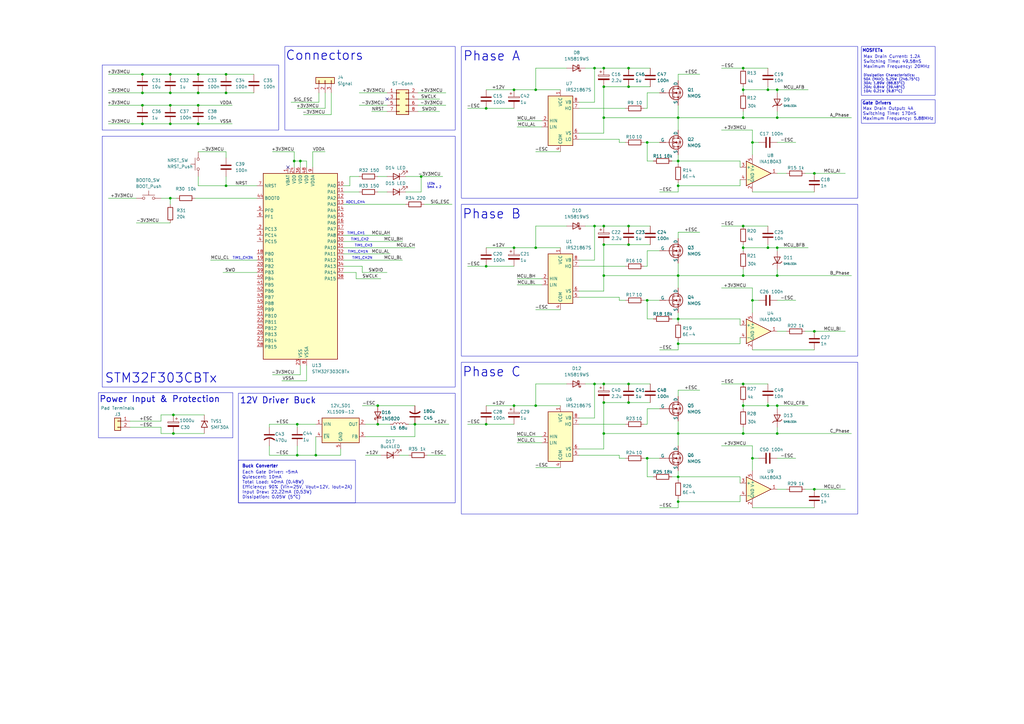
<source format=kicad_sch>
(kicad_sch (version 20250114) (generator "eeschema") (generator_version "9.0")
  (paper "A3")
  (lib_symbols
    (symbol "Amplifier_Current:INA180A3" (pin_names (offset 0.127))
      (property "Reference" "U" (at 3.81 3.81 0))
      (property "Value" "INA180A3" (at 3.81 -2.54 0))
      (symbol "INA180A3_1_1"
        (pin input line (at -7.62 2.54 0) (length 2.54) (name "+") (number "3"))
        (pin input line (at -7.62 -2.54 0) (length 2.54) (name "-") (number "4"))
        (pin power_in line (at -2.54 7.62 270) (length 3.81) (name "V+") (number "5"))
        (pin power_in line (at -2.54 -7.62 90) (length 3.81) (name "GND") (number "2"))
        (pin output line (at 7.62 0 180) (length 2.54) (name "~") (number "1"))
      )
    )
    (symbol "Connector_Generic:Conn_01x02" (pin_names (offset 1.016) (hide yes))
      (property "Reference" "J" (at 0 2.54 0))
      (property "Value" "Conn_01x02" (at 0 -5.08 0))
      (symbol "Conn_01x02_1_1"
        (pin passive line (at -5.08 0 0) (length 3.81) (name "Pin_1") (number "1"))
        (pin passive line (at -5.08 -2.54 0) (length 3.81) (name "Pin_2") (number "2"))
      )
    )
    (symbol "Connector_Generic:Conn_01x03" (pin_names (offset 1.016) (hide yes))
      (property "Reference" "J" (at 0 5.08 0))
      (property "Value" "Conn_01x03" (at 0 -5.08 0))
      (symbol "Conn_01x03_1_1"
        (pin passive line (at -5.08 2.54 0) (length 3.81) (name "Pin_1") (number "1"))
        (pin passive line (at -5.08 0 0) (length 3.81) (name "Pin_2") (number "2"))
        (pin passive line (at -5.08 -2.54 0) (length 3.81) (name "Pin_3") (number "3"))
      )
    )
    (symbol "Connector_Generic:Conn_02x04_Odd_Even" (pin_names (offset 1.016) (hide yes))
      (property "Reference" "J" (at 1.27 5.08 0))
      (property "Value" "Conn_02x04_Odd_Even" (at 1.27 -7.62 0))
      (symbol "Conn_02x04_Odd_Even_1_1"
        (pin passive line (at -5.08 2.54 0) (length 3.81) (name "Pin_1") (number "1"))
        (pin passive line (at -5.08 0 0) (length 3.81) (name "Pin_3") (number "3"))
        (pin passive line (at -5.08 -2.54 0) (length 3.81) (name "Pin_5") (number "5"))
        (pin passive line (at -5.08 -5.08 0) (length 3.81) (name "Pin_7") (number "7"))
        (pin passive line (at 7.62 2.54 180) (length 3.81) (name "Pin_2") (number "2"))
        (pin passive line (at 7.62 0 180) (length 3.81) (name "Pin_4") (number "4"))
        (pin passive line (at 7.62 -2.54 180) (length 3.81) (name "Pin_6") (number "6"))
        (pin passive line (at 7.62 -5.08 180) (length 3.81) (name "Pin_8") (number "8"))
      )
    )
    (symbol "Device:C" (pin_numbers (hide yes)) (pin_names (offset 0.254))
      (property "Reference" "C" (at 0.635 2.54 0))
      (property "Value" "C" (at 0.635 -2.54 0))
      (symbol "C_1_1"
        (pin passive line (at 0 3.81 270) (length 2.794) (name "~") (number "1"))
        (pin passive line (at 0 -3.81 90) (length 2.794) (name "~") (number "2"))
      )
    )
    (symbol "Device:C_Polarized" (pin_numbers (hide yes)) (pin_names (offset 0.254))
      (property "Reference" "C" (at 0.635 2.54 0))
      (property "Value" "C_Polarized" (at 0.635 -2.54 0))
      (symbol "C_Polarized_1_1"
        (pin passive line (at 0 3.81 270) (length 2.794) (name "~") (number "1"))
        (pin passive line (at 0 -3.81 90) (length 2.794) (name "~") (number "2"))
      )
    )
    (symbol "Device:C_US" (pin_numbers (hide yes)) (pin_names (offset 0.254) (hide yes))
      (property "Reference" "C" (at 0.635 2.54 0))
      (property "Value" "C_US" (at 0.635 -2.54 0))
      (symbol "C_US_1_1"
        (pin passive line (at 0 3.81 270) (length 2.794) (name "~") (number "1"))
        (pin passive line (at 0 -3.81 90) (length 3.302) (name "~") (number "2"))
      )
    )
    (symbol "Device:L" (pin_numbers (hide yes)) (pin_names (offset 1.016) (hide yes))
      (property "Reference" "L" (at -1.27 0 90))
      (property "Value" "L" (at 1.905 0 90))
      (symbol "L_1_1"
        (pin passive line (at 0 3.81 270) (length 1.27) (name "1") (number "1"))
        (pin passive line (at 0 -3.81 90) (length 1.27) (name "2") (number "2"))
      )
    )
    (symbol "Device:LED" (pin_numbers (hide yes)) (pin_names (offset 1.016) (hide yes))
      (property "Reference" "D" (at 0 2.54 0))
      (property "Value" "LED" (at 0 -2.54 0))
      (symbol "LED_1_1"
        (pin passive line (at -3.81 0 0) (length 2.54) (name "K") (number "1"))
        (pin passive line (at 3.81 0 180) (length 2.54) (name "A") (number "2"))
      )
    )
    (symbol "Device:R" (pin_numbers (hide yes)) (pin_names (offset 0))
      (property "Reference" "R" (at 2.032 0 90))
      (property "Value" "R" (at 0 0 90))
      (symbol "R_1_1"
        (pin passive line (at 0 3.81 270) (length 1.27) (name "~") (number "1"))
        (pin passive line (at 0 -3.81 90) (length 1.27) (name "~") (number "2"))
      )
    )
    (symbol "Diode:1N5819WS" (pin_numbers (hide yes)) (pin_names (offset 1.016) (hide yes))
      (property "Reference" "D" (at 0 2.54 0))
      (property "Value" "1N5819WS" (at 0 -2.54 0))
      (symbol "1N5819WS_1_1"
        (pin passive line (at -3.81 0 0) (length 2.54) (name "K") (number "1"))
        (pin passive line (at 3.81 0 180) (length 2.54) (name "A") (number "2"))
      )
    )
    (symbol "Diode:1N5820" (pin_numbers (hide yes)) (pin_names (offset 1.016) (hide yes))
      (property "Reference" "D" (at 0 2.54 0))
      (property "Value" "1N5820" (at 0 -2.54 0))
      (symbol "1N5820_1_1"
        (pin passive line (at -3.81 0 0) (length 2.54) (name "K") (number "1"))
        (pin passive line (at 3.81 0 180) (length 2.54) (name "A") (number "2"))
      )
    )
    (symbol "Diode:SMF30A" (pin_numbers (hide yes)) (pin_names (offset 1.016) (hide yes))
      (property "Reference" "D" (at 0 2.54 0))
      (property "Value" "SMF30A" (at 0 -2.54 0))
      (symbol "SMF30A_1_1"
        (pin passive line (at -3.81 0 0) (length 2.54) (name "A1") (number "1"))
        (pin passive line (at 3.81 0 180) (length 2.54) (name "A2") (number "2"))
      )
    )
    (symbol "Driver_FET:IRS21867S"
      (property "Reference" "U" (at 1.27 13.335 0))
      (property "Value" "IRS21867S" (at 1.27 11.43 0))
      (symbol "IRS21867S_1_1"
        (pin input line (at -7.62 0 0) (length 2.54) (name "HIN") (number "2"))
        (pin input line (at -7.62 -2.54 0) (length 2.54) (name "LIN") (number "3"))
        (pin power_in line (at 0 12.7 270) (length 2.54) (name "VCC") (number "1"))
        (pin power_in line (at 0 -12.7 90) (length 2.54) (name "COM") (number "4"))
        (pin passive line (at 7.62 7.62 180) (length 2.54) (name "VB") (number "8"))
        (pin output line (at 7.62 5.08 180) (length 2.54) (name "HO") (number "7"))
        (pin passive line (at 7.62 -5.08 180) (length 2.54) (name "VS") (number "6"))
        (pin output line (at 7.62 -7.62 180) (length 2.54) (name "LO") (number "5"))
      )
    )
    (symbol "MCU_ST_STM32F3:STM32F303CBTx"
      (property "Reference" "U" (at -15.24 39.37 0))
      (property "Value" "STM32F303CBTx" (at 7.62 39.37 0))
      (symbol "STM32F303CBTx_1_1"
        (pin input line (at -17.78 33.02 0) (length 2.54) (name "NRST") (number "7"))
        (pin input line (at -17.78 27.94 0) (length 2.54) (name "BOOT0") (number "44"))
        (pin bidirectional line (at -17.78 22.86 0) (length 2.54) (name "PF0") (number "5"))
        (pin bidirectional line (at -17.78 20.32 0) (length 2.54) (name "PF1") (number "6"))
        (pin bidirectional line (at -17.78 15.24 0) (length 2.54) (name "PC13") (number "2"))
        (pin bidirectional line (at -17.78 12.7 0) (length 2.54) (name "PC14") (number "3"))
        (pin bidirectional line (at -17.78 10.16 0) (length 2.54) (name "PC15") (number "4"))
        (pin bidirectional line (at -17.78 5.08 0) (length 2.54) (name "PB0") (number "18"))
        (pin bidirectional line (at -17.78 2.54 0) (length 2.54) (name "PB1") (number "19"))
        (pin bidirectional line (at -17.78 0 0) (length 2.54) (name "PB2") (number "20"))
        (pin bidirectional line (at -17.78 -2.54 0) (length 2.54) (name "PB3") (number "39"))
        (pin bidirectional line (at -17.78 -5.08 0) (length 2.54) (name "PB4") (number "40"))
        (pin bidirectional line (at -17.78 -7.62 0) (length 2.54) (name "PB5") (number "41"))
        (pin bidirectional line (at -17.78 -10.16 0) (length 2.54) (name "PB6") (number "42"))
        (pin bidirectional line (at -17.78 -12.7 0) (length 2.54) (name "PB7") (number "43"))
        (pin bidirectional line (at -17.78 -15.24 0) (length 2.54) (name "PB8") (number "45"))
        (pin bidirectional line (at -17.78 -17.78 0) (length 2.54) (name "PB9") (number "46"))
        (pin bidirectional line (at -17.78 -20.32 0) (length 2.54) (name "PB10") (number "21"))
        (pin bidirectional line (at -17.78 -22.86 0) (length 2.54) (name "PB11") (number "22"))
        (pin bidirectional line (at -17.78 -25.4 0) (length 2.54) (name "PB12") (number "25"))
        (pin bidirectional line (at -17.78 -27.94 0) (length 2.54) (name "PB13") (number "26"))
        (pin bidirectional line (at -17.78 -30.48 0) (length 2.54) (name "PB14") (number "27"))
        (pin bidirectional line (at -17.78 -33.02 0) (length 2.54) (name "PB15") (number "28"))
        (pin power_in line (at -5.08 40.64 270) (length 2.54) (name "VBAT") (number "1"))
        (pin power_in line (at -2.54 40.64 270) (length 2.54) (name "VDD") (number "24"))
        (pin power_in line (at 0 40.64 270) (length 2.54) (name "VDD") (number "36"))
        (pin power_in line (at 0 -40.64 90) (length 2.54) (name "VSS") (number "23"))
        (pin passive line (at 0 -40.64 90) (length 2.54) (hide yes) (name "VSS") (number "35"))
        (pin passive line (at 0 -40.64 90) (length 2.54) (hide yes) (name "VSS") (number "47"))
        (pin power_in line (at 2.54 40.64 270) (length 2.54) (name "VDD") (number "48"))
        (pin power_in line (at 2.54 -40.64 90) (length 2.54) (name "VSSA") (number "8"))
        (pin power_in line (at 5.08 40.64 270) (length 2.54) (name "VDDA") (number "9"))
        (pin bidirectional line (at 17.78 33.02 180) (length 2.54) (name "PA0") (number "10"))
        (pin bidirectional line (at 17.78 30.48 180) (length 2.54) (name "PA1") (number "11"))
        (pin bidirectional line (at 17.78 27.94 180) (length 2.54) (name "PA2") (number "12"))
        (pin bidirectional line (at 17.78 25.4 180) (length 2.54) (name "PA3") (number "13"))
        (pin bidirectional line (at 17.78 22.86 180) (length 2.54) (name "PA4") (number "14"))
        (pin bidirectional line (at 17.78 20.32 180) (length 2.54) (name "PA5") (number "15"))
        (pin bidirectional line (at 17.78 17.78 180) (length 2.54) (name "PA6") (number "16"))
        (pin bidirectional line (at 17.78 15.24 180) (length 2.54) (name "PA7") (number "17"))
        (pin bidirectional line (at 17.78 12.7 180) (length 2.54) (name "PA8") (number "29"))
        (pin bidirectional line (at 17.78 10.16 180) (length 2.54) (name "PA9") (number "30"))
        (pin bidirectional line (at 17.78 7.62 180) (length 2.54) (name "PA10") (number "31"))
        (pin bidirectional line (at 17.78 5.08 180) (length 2.54) (name "PA11") (number "32"))
        (pin bidirectional line (at 17.78 2.54 180) (length 2.54) (name "PA12") (number "33"))
        (pin bidirectional line (at 17.78 0 180) (length 2.54) (name "PA13") (number "34"))
        (pin bidirectional line (at 17.78 -2.54 180) (length 2.54) (name "PA14") (number "37"))
        (pin bidirectional line (at 17.78 -5.08 180) (length 2.54) (name "PA15") (number "38"))
      )
    )
    (symbol "PCM_JLCPCB-Diodes:TVS-Uni,SMBJ33A" (pin_numbers (hide yes)) (pin_names (offset 0))
      (property "Reference" "D" (at 2.032 0.834 0))
      (property "Value" "SMBJ33A" (at 2.032 -1.2122 0))
      (symbol "TVS-Uni,SMBJ33A_1_1"
        (pin passive line (at 0 3.81 270) (length 3.81) (name "~") (number "2"))
        (pin passive line (at 0 -3.81 90) (length 3.81) (name "~") (number "1"))
      )
    )
    (symbol "Regulator_Switching:XL1509-12"
      (property "Reference" "U" (at -7.112 6.096 0))
      (property "Value" "XL1509-12" (at 5.842 6.096 0))
      (symbol "XL1509-12_1_1"
        (pin power_in line (at -10.16 2.54 0) (length 2.54) (name "VIN") (number "1"))
        (pin input line (at -10.16 -2.54 0) (length 2.54) (name "~{EN}") (number "4"))
        (pin power_in line (at 0 -7.62 90) (length 2.54) (name "GND") (number "5"))
        (pin passive line (at 0 -7.62 90) (length 2.54) (hide yes) (name "GND") (number "6"))
        (pin passive line (at 0 -7.62 90) (length 2.54) (hide yes) (name "GND") (number "7"))
        (pin passive line (at 0 -7.62 90) (length 2.54) (hide yes) (name "GND") (number "8"))
        (pin power_out line (at 10.16 2.54 180) (length 2.54) (name "OUT") (number "2"))
        (pin input line (at 10.16 -2.54 180) (length 2.54) (name "FB") (number "3"))
      )
    )
    (symbol "Simulation_SPICE:NMOS" (pin_numbers (hide yes)) (pin_names (offset 0))
      (property "Reference" "Q" (at 5.08 1.27 0))
      (property "Value" "NMOS" (at 5.08 -1.27 0))
      (symbol "NMOS_1_1"
        (pin input line (at -5.08 0 0) (length 2.54) (name "G") (number "2"))
        (pin passive line (at 2.54 5.08 270) (length 2.54) (name "D") (number "1"))
        (pin passive line (at 2.54 -5.08 90) (length 2.54) (name "S") (number "3"))
      )
    )
    (symbol "Switch:SW_Push" (pin_numbers (hide yes)) (pin_names (offset 1.016) (hide yes))
      (property "Reference" "SW" (at 1.27 2.54 0))
      (property "Value" "SW_Push" (at 0 -1.524 0))
      (symbol "SW_Push_0_1"
        (pin passive line (at -5.08 0 0) (length 2.54) (name "1") (number "1"))
        (pin passive line (at 5.08 0 180) (length 2.54) (name "2") (number "2"))
      )
    )
  )
  (rectangle (start 97.79 161.29) (end 186.69 206.248))
  (rectangle (start 353.314 40.894) (end 383.54 50.546))
  (rectangle (start 116.84 19.05) (end 186.69 53.34))
  (rectangle (start 189.23 148.59) (end 351.79 210.82))
  (rectangle (start 41.91 26.67) (end 114.3 53.34))
  (rectangle (start 40.386 161.036) (end 95.504 179.578))
  (rectangle (start 353.314 19.05) (end 383.54 39.116))
  (rectangle (start 41.91 55.88) (end 186.69 158.75))
  (rectangle (start 189.23 19.05) (end 351.79 81.28))
  (rectangle (start 189.23 83.82) (end 351.79 146.05))
  (rectangle (start 97.79 188.722) (end 145.796 206.248))
  (text "12V Driver Buck\n" (at 114.046 164.338 0) (effects (font (size 2.54 2.54) (thickness 0.3175))))
  (text "Buck Converter" (at 106.68 191.262 0) (effects (font (size 1.27 1.27) (thickness 0.254) (bold yes))))
  (text "Connectors\n" (at 133.096 22.86 0) (effects (font (size 3.81 3.81) (thickness 0.3175))))
  (text "TIM1_CH3" (at 149.098 100.838 0) (effects (font (size 1.016 1.016))))
  (text "Gate Drivers\n" (at 359.664 42.418 0) (effects (font (size 1.27 1.27) (thickness 0.254) (bold yes))))
  (text "Phase B" (at 201.676 87.884 0) (effects (font (size 3.81 3.81) (thickness 0.3175))))
  (text "MOSFETs" (at 357.886 20.828 0) (effects (font (size 1.27 1.27) (thickness 0.254) (bold yes))))
  (text "Each Gate Driver: ~5mA\nQuiescent: 10mA\nTotal Load: 40mA (0.48W)\nEfficiency: 90% (Vin=25V, Vout=12V, Iout=2A)\nInput Draw: 22.22mA (0.53W)\nDissipation: 0.05W (5°C)" (at 99.314 198.882 0) (effects (font (size 1.27 1.27)) (justify left)))
  (text "TIM1_CH1" (at 146.05 95.758 0) (effects (font (size 1.016 1.016))))
  (text "Dissipation Characteristics:\n50A (MAX): 5.25W (246.75°C)\n30A: 1.89W (88.83°C)\n20A: 0.84W (39.48°C)\n10A: 0.21W (9.87°C)" (at 354.076 34.29 0) (effects (font (size 1.016 1.016)) (justify left)))
  (text "TIM1_CH3N" (at 99.568 105.918 0) (effects (font (size 1.016 1.016))))
  (text "Phase C\n" (at 201.676 152.654 0) (effects (font (size 3.81 3.81) (thickness 0.3175))))
  (text "Max Drain Output: 4A\nSwitching Time: 170nS\nMaximum Frequency: 5.88MHz" (at 353.822 46.736 0) (effects (font (size 1.27 1.27)) (justify left)))
  (text "STM32F303CBTx" (at 66.04 155.194 0) (effects (font (size 3.81 3.81) (thickness 0.3175))))
  (text "Power Input & Protection\n" (at 65.532 163.83 0) (effects (font (size 2.54 2.54) (thickness 0.3175))))
  (text "Max Drain Current: 1.2A\nSwitching Time: 49.58nS\nMaximum Frequency: 20MHz" (at 354.076 25.4 0) (effects (font (size 1.27 1.27)) (justify left)))
  (text "TIM1_CH2" (at 147.574 98.298 0) (effects (font (size 1.016 1.016))))
  (text "TIM1_CH1N" (at 146.812 103.378 0) (effects (font (size 1.016 1.016))))
  (text "TIM1_CH2N" (at 148.59 105.918 0) (effects (font (size 1.016 1.016))))
  (text "ADC1_CH4\n" (at 145.796 83.058 0) (effects (font (size 1.016 1.016))))
  (text "LEDs\n    5mA x 2" (at 176.784 76.2 0) (effects (font (size 0.889 0.889))))
  (text "Phase A" (at 201.676 23.114 0) (effects (font (size 3.81 3.81) (thickness 0.3175))))
  (junction (at 92.71 38.1))
  (junction (at 247.65 100.33))
  (junction (at 278.13 177.8))
  (junction (at 243.84 27.94))
  (junction (at 318.77 166.37))
  (junction (at 199.39 173.99))
  (junction (at 265.43 58.42))
  (junction (at 154.94 166.37))
  (junction (at 210.82 36.83))
  (junction (at 304.8 36.83))
  (junction (at 265.43 123.19))
  (junction (at 81.28 30.48))
  (junction (at 210.82 101.6))
  (junction (at 318.77 101.6))
  (junction (at 308.61 123.19))
  (junction (at 318.77 177.8))
  (junction (at 81.28 50.8))
  (junction (at 304.8 101.6))
  (junction (at 304.8 113.03))
  (junction (at 265.43 187.96))
  (junction (at 81.28 43.18))
  (junction (at 243.84 92.71))
  (junction (at 304.8 92.71))
  (junction (at 123.19 66.04))
  (junction (at 247.65 35.56))
  (junction (at 278.13 76.2))
  (junction (at 199.39 109.22))
  (junction (at 247.65 177.8))
  (junction (at 154.94 173.99))
  (junction (at 278.13 205.74))
  (junction (at 247.65 157.48))
  (junction (at 334.01 135.89))
  (junction (at 247.65 113.03))
  (junction (at 58.42 50.8))
  (junction (at 278.13 195.58))
  (junction (at 69.85 43.18))
  (junction (at 71.12 177.8))
  (junction (at 69.85 30.48))
  (junction (at 71.12 170.18))
  (junction (at 304.8 48.26))
  (junction (at 58.42 30.48))
  (junction (at 257.81 35.56))
  (junction (at 120.65 66.04))
  (junction (at 81.28 38.1))
  (junction (at 314.96 101.6))
  (junction (at 92.71 76.2))
  (junction (at 257.81 157.48))
  (junction (at 219.71 101.6))
  (junction (at 121.92 186.69))
  (junction (at 247.65 27.94))
  (junction (at 69.85 50.8))
  (junction (at 219.71 36.83))
  (junction (at 278.13 140.97))
  (junction (at 121.92 173.99))
  (junction (at 278.13 48.26))
  (junction (at 92.71 30.48))
  (junction (at 69.85 81.28))
  (junction (at 58.42 43.18))
  (junction (at 334.01 200.66))
  (junction (at 314.96 166.37))
  (junction (at 308.61 187.96))
  (junction (at 257.81 100.33))
  (junction (at 219.71 166.37))
  (junction (at 69.85 38.1))
  (junction (at 304.8 157.48))
  (junction (at 129.54 186.69))
  (junction (at 247.65 48.26))
  (junction (at 257.81 27.94))
  (junction (at 247.65 165.1))
  (junction (at 318.77 48.26))
  (junction (at 172.72 72.39))
  (junction (at 257.81 165.1))
  (junction (at 278.13 130.81))
  (junction (at 243.84 157.48))
  (junction (at 58.42 38.1))
  (junction (at 318.77 36.83))
  (junction (at 304.8 166.37))
  (junction (at 334.01 71.12))
  (junction (at 304.8 177.8))
  (junction (at 278.13 113.03))
  (junction (at 210.82 166.37))
  (junction (at 314.96 36.83))
  (junction (at 257.81 92.71))
  (junction (at 170.18 173.99))
  (junction (at 318.77 113.03))
  (junction (at 278.13 66.04))
  (junction (at 308.61 58.42))
  (junction (at 199.39 44.45))
  (junction (at 247.65 92.71))
  (junction (at 304.8 27.94))
  (no_connect (at 118.11 68.58))
  (no_connect (at 158.75 40.64))
  (wire (pts (xy 219.71 36.83) (xy 229.87 36.83)))
  (wire (pts (xy 212.09 52.07) (xy 222.25 52.07)))
  (wire (pts (xy 219.71 101.6) (xy 229.87 101.6)))
  (wire (pts (xy 318.77 123.19) (xy 326.39 123.19)))
  (wire (pts (xy 232.41 92.71) (xy 219.71 92.71)))
  (wire (pts (xy 143.51 72.39) (xy 147.32 72.39)))
  (wire (pts (xy 278.13 177.8) (xy 278.13 182.88)))
  (wire (pts (xy 254 58.42) (xy 254 57.15)))
  (wire (pts (xy 219.71 62.23) (xy 229.87 62.23)))
  (wire (pts (xy 304.8 175.26) (xy 304.8 177.8)))
  (wire (pts (xy 278.13 48.26) (xy 278.13 53.34)))
  (wire (pts (xy 265.43 187.96) (xy 265.43 195.58)))
  (wire (pts (xy 334.01 200.66) (xy 346.71 200.66)))
  (wire (pts (xy 265.43 187.96) (xy 264.16 187.96)))
  (wire (pts (xy 314.96 166.37) (xy 318.77 166.37)))
  (wire (pts (xy 318.77 175.26) (xy 318.77 177.8)))
  (wire (pts (xy 140.97 106.68) (xy 165.1 106.68)))
  (wire (pts (xy 265.43 58.42) (xy 270.51 58.42)))
  (wire (pts (xy 149.86 186.69) (xy 156.21 186.69)))
  (wire (pts (xy 86.36 106.68) (xy 105.41 106.68)))
  (wire (pts (xy 318.77 45.72) (xy 318.77 48.26)))
  (wire (pts (xy 303.53 130.81) (xy 278.13 130.81)))
  (wire (pts (xy 243.84 27.94) (xy 247.65 27.94)))
  (wire (pts (xy 92.71 72.39) (xy 92.71 76.2)))
  (wire (pts (xy 314.96 165.1) (xy 314.96 166.37)))
  (wire (pts (xy 303.53 133.35) (xy 303.53 130.81)))
  (wire (pts (xy 308.61 53.34) (xy 295.91 53.34)))
  (wire (pts (xy 237.49 173.99) (xy 256.54 173.99)))
  (wire (pts (xy 172.72 72.39) (xy 181.61 72.39)))
  (wire (pts (xy 44.45 30.48) (xy 58.42 30.48)))
  (wire (pts (xy 257.81 35.56) (xy 266.7 35.56)))
  (wire (pts (xy 265.43 58.42) (xy 264.16 58.42)))
  (wire (pts (xy 247.65 177.8) (xy 278.13 177.8)))
  (wire (pts (xy 247.65 157.48) (xy 257.81 157.48)))
  (wire (pts (xy 58.42 30.48) (xy 69.85 30.48)))
  (wire (pts (xy 311.15 58.42) (xy 308.61 58.42)))
  (wire (pts (xy 318.77 71.12) (xy 322.58 71.12)))
  (wire (pts (xy 81.28 30.48) (xy 92.71 30.48)))
  (wire (pts (xy 128.27 62.23) (xy 128.27 68.58)))
  (wire (pts (xy 166.37 72.39) (xy 172.72 72.39)))
  (wire (pts (xy 314.96 101.6) (xy 318.77 101.6)))
  (wire (pts (xy 123.19 66.04) (xy 120.65 66.04)))
  (wire (pts (xy 121.92 173.99) (xy 121.92 175.26)))
  (wire (pts (xy 265.43 102.87) (xy 270.51 102.87)))
  (wire (pts (xy 278.13 193.04) (xy 278.13 195.58)))
  (wire (pts (xy 278.13 67.31) (xy 278.13 66.04)))
  (wire (pts (xy 254 187.96) (xy 254 186.69)))
  (wire (pts (xy 278.13 43.18) (xy 278.13 48.26)))
  (wire (pts (xy 143.51 76.2) (xy 140.97 76.2)))
  (wire (pts (xy 148.59 111.76) (xy 158.75 111.76)))
  (wire (pts (xy 125.73 156.21) (xy 125.73 149.86)))
  (wire (pts (xy 243.84 106.68) (xy 243.84 92.71)))
  (wire (pts (xy 265.43 123.19) (xy 270.51 123.19)))
  (wire (pts (xy 167.64 173.99) (xy 170.18 173.99)))
  (wire (pts (xy 303.53 205.74) (xy 278.13 205.74)))
  (wire (pts (xy 69.85 30.48) (xy 81.28 30.48)))
  (wire (pts (xy 243.84 171.45) (xy 243.84 157.48)))
  (wire (pts (xy 303.53 76.2) (xy 278.13 76.2)))
  (wire (pts (xy 58.42 50.8) (xy 69.85 50.8)))
  (wire (pts (xy 199.39 101.6) (xy 210.82 101.6)))
  (wire (pts (xy 171.45 40.64) (xy 180.34 40.64)))
  (wire (pts (xy 278.13 107.95) (xy 278.13 113.03)))
  (wire (pts (xy 247.65 35.56) (xy 257.81 35.56)))
  (wire (pts (xy 243.84 157.48) (xy 247.65 157.48)))
  (wire (pts (xy 110.49 173.99) (xy 110.49 175.26)))
  (wire (pts (xy 265.43 167.64) (xy 270.51 167.64)))
  (wire (pts (xy 110.49 186.69) (xy 121.92 186.69)))
  (wire (pts (xy 210.82 36.83) (xy 219.71 36.83)))
  (wire (pts (xy 304.8 101.6) (xy 304.8 102.87)))
  (wire (pts (xy 243.84 41.91) (xy 243.84 27.94)))
  (wire (pts (xy 278.13 30.48) (xy 287.02 30.48)))
  (wire (pts (xy 318.77 166.37) (xy 331.47 166.37)))
  (wire (pts (xy 92.71 62.23) (xy 92.71 64.77)))
  (wire (pts (xy 314.96 36.83) (xy 318.77 36.83)))
  (wire (pts (xy 219.71 157.48) (xy 219.71 166.37)))
  (wire (pts (xy 318.77 166.37) (xy 318.77 167.64)))
  (wire (pts (xy 237.49 109.22) (xy 256.54 109.22)))
  (wire (pts (xy 278.13 76.2) (xy 278.13 78.74)))
  (wire (pts (xy 318.77 36.83) (xy 331.47 36.83)))
  (wire (pts (xy 304.8 157.48) (xy 314.96 157.48)))
  (wire (pts (xy 91.44 111.76) (xy 105.41 111.76)))
  (wire (pts (xy 81.28 50.8) (xy 95.25 50.8)))
  (wire (pts (xy 257.81 100.33) (xy 266.7 100.33)))
  (wire (pts (xy 243.84 27.94) (xy 240.03 27.94)))
  (wire (pts (xy 143.51 72.39) (xy 143.51 76.2)))
  (wire (pts (xy 219.71 166.37) (xy 229.87 166.37)))
  (wire (pts (xy 265.43 58.42) (xy 265.43 66.04)))
  (wire (pts (xy 265.43 173.99) (xy 265.43 167.64)))
  (wire (pts (xy 265.43 123.19) (xy 264.16 123.19)))
  (wire (pts (xy 53.34 175.26) (xy 66.04 175.26)))
  (wire (pts (xy 304.8 35.56) (xy 304.8 36.83)))
  (wire (pts (xy 80.01 81.28) (xy 105.41 81.28)))
  (wire (pts (xy 191.77 109.22) (xy 199.39 109.22)))
  (wire (pts (xy 308.61 182.88) (xy 295.91 182.88)))
  (wire (pts (xy 264.16 44.45) (xy 265.43 44.45)))
  (wire (pts (xy 81.28 76.2) (xy 92.71 76.2)))
  (wire (pts (xy 303.53 138.43) (xy 303.53 140.97)))
  (wire (pts (xy 330.2 200.66) (xy 334.01 200.66)))
  (wire (pts (xy 311.15 187.96) (xy 308.61 187.96)))
  (wire (pts (xy 66.04 177.8) (xy 66.04 175.26)))
  (wire (pts (xy 278.13 177.8) (xy 304.8 177.8)))
  (wire (pts (xy 318.77 36.83) (xy 318.77 38.1)))
  (wire (pts (xy 44.45 43.18) (xy 58.42 43.18)))
  (wire (pts (xy 278.13 66.04) (xy 275.59 66.04)))
  (wire (pts (xy 278.13 48.26) (xy 304.8 48.26)))
  (wire (pts (xy 237.49 57.15) (xy 254 57.15)))
  (wire (pts (xy 219.71 92.71) (xy 219.71 101.6)))
  (wire (pts (xy 257.81 27.94) (xy 266.7 27.94)))
  (wire (pts (xy 308.61 118.11) (xy 295.91 118.11)))
  (wire (pts (xy 265.43 195.58) (xy 267.97 195.58)))
  (wire (pts (xy 232.41 27.94) (xy 219.71 27.94)))
  (wire (pts (xy 278.13 196.85) (xy 278.13 195.58)))
  (wire (pts (xy 303.53 203.2) (xy 303.53 205.74)))
  (wire (pts (xy 110.49 186.69) (xy 110.49 182.88)))
  (wire (pts (xy 58.42 43.18) (xy 69.85 43.18)))
  (wire (pts (xy 314.96 36.83) (xy 304.8 36.83)))
  (wire (pts (xy 121.92 186.69) (xy 129.54 186.69)))
  (wire (pts (xy 330.2 71.12) (xy 334.01 71.12)))
  (wire (pts (xy 318.77 110.49) (xy 318.77 113.03)))
  (wire (pts (xy 139.7 184.15) (xy 139.7 186.69)))
  (wire (pts (xy 278.13 95.25) (xy 287.02 95.25)))
  (wire (pts (xy 170.18 173.99) (xy 184.15 173.99)))
  (wire (pts (xy 154.94 78.74) (xy 158.75 78.74)))
  (wire (pts (xy 171.45 43.18) (xy 182.88 43.18)))
  (wire (pts (xy 69.85 81.28) (xy 69.85 83.82)))
  (wire (pts (xy 334.01 135.89) (xy 346.71 135.89)))
  (wire (pts (xy 243.84 157.48) (xy 240.03 157.48)))
  (wire (pts (xy 278.13 140.97) (xy 278.13 143.51)))
  (wire (pts (xy 265.43 130.81) (xy 267.97 130.81)))
  (wire (pts (xy 191.77 44.45) (xy 199.39 44.45)))
  (wire (pts (xy 270.51 143.51) (xy 278.13 143.51)))
  (wire (pts (xy 140.97 101.6) (xy 170.18 101.6)))
  (wire (pts (xy 130.81 41.91) (xy 130.81 38.1)))
  (wire (pts (xy 81.28 43.18) (xy 95.25 43.18)))
  (wire (pts (xy 308.61 187.96) (xy 308.61 193.04)))
  (wire (pts (xy 92.71 30.48) (xy 104.14 30.48)))
  (wire (pts (xy 212.09 116.84) (xy 222.25 116.84)))
  (wire (pts (xy 148.59 109.22) (xy 148.59 111.76)))
  (wire (pts (xy 243.84 92.71) (xy 240.03 92.71)))
  (wire (pts (xy 158.75 38.1) (xy 147.32 38.1)))
  (wire (pts (xy 318.77 48.26) (xy 349.25 48.26)))
  (wire (pts (xy 304.8 36.83) (xy 304.8 38.1)))
  (wire (pts (xy 295.91 157.48) (xy 304.8 157.48)))
  (wire (pts (xy 237.49 121.92) (xy 254 121.92)))
  (wire (pts (xy 44.45 38.1) (xy 58.42 38.1)))
  (wire (pts (xy 318.77 187.96) (xy 326.39 187.96)))
  (wire (pts (xy 120.65 66.04) (xy 120.65 68.58)))
  (wire (pts (xy 247.65 184.15) (xy 237.49 184.15)))
  (wire (pts (xy 58.42 38.1) (xy 69.85 38.1)))
  (wire (pts (xy 199.39 166.37) (xy 210.82 166.37)))
  (wire (pts (xy 308.61 182.88) (xy 308.61 187.96)))
  (wire (pts (xy 149.86 179.07) (xy 170.18 179.07)))
  (wire (pts (xy 219.71 27.94) (xy 219.71 36.83)))
  (wire (pts (xy 140.97 83.82) (xy 166.37 83.82)))
  (wire (pts (xy 125.73 68.58) (xy 125.73 66.04)))
  (wire (pts (xy 264.16 109.22) (xy 265.43 109.22)))
  (wire (pts (xy 308.61 208.28) (xy 334.01 208.28)))
  (wire (pts (xy 247.65 113.03) (xy 278.13 113.03)))
  (wire (pts (xy 303.53 73.66) (xy 303.53 76.2)))
  (wire (pts (xy 146.05 114.3) (xy 156.21 114.3)))
  (wire (pts (xy 278.13 195.58) (xy 275.59 195.58)))
  (wire (pts (xy 212.09 49.53) (xy 222.25 49.53)))
  (wire (pts (xy 265.43 187.96) (xy 270.51 187.96)))
  (wire (pts (xy 135.89 46.99) (xy 135.89 38.1)))
  (wire (pts (xy 278.13 74.93) (xy 278.13 76.2)))
  (wire (pts (xy 304.8 166.37) (xy 304.8 167.64)))
  (wire (pts (xy 110.49 173.99) (xy 121.92 173.99)))
  (wire (pts (xy 247.65 35.56) (xy 247.65 48.26)))
  (wire (pts (xy 304.8 165.1) (xy 304.8 166.37)))
  (wire (pts (xy 278.13 113.03) (xy 304.8 113.03)))
  (wire (pts (xy 314.96 35.56) (xy 314.96 36.83)))
  (wire (pts (xy 247.65 165.1) (xy 257.81 165.1)))
  (wire (pts (xy 265.43 109.22) (xy 265.43 102.87)))
  (wire (pts (xy 140.97 99.06) (xy 165.1 99.06)))
  (wire (pts (xy 303.53 195.58) (xy 278.13 195.58)))
  (wire (pts (xy 257.81 157.48) (xy 266.7 157.48)))
  (wire (pts (xy 304.8 113.03) (xy 318.77 113.03)))
  (wire (pts (xy 304.8 92.71) (xy 314.96 92.71)))
  (wire (pts (xy 311.15 123.19) (xy 308.61 123.19)))
  (wire (pts (xy 295.91 92.71) (xy 304.8 92.71)))
  (wire (pts (xy 81.28 72.39) (xy 81.28 76.2)))
  (wire (pts (xy 278.13 132.08) (xy 278.13 130.81)))
  (wire (pts (xy 304.8 110.49) (xy 304.8 113.03)))
  (wire (pts (xy 308.61 118.11) (xy 308.61 123.19)))
  (wire (pts (xy 171.45 45.72) (xy 180.34 45.72)))
  (wire (pts (xy 149.86 173.99) (xy 154.94 173.99)))
  (wire (pts (xy 314.96 101.6) (xy 304.8 101.6)))
  (wire (pts (xy 304.8 45.72) (xy 304.8 48.26)))
  (wire (pts (xy 308.61 58.42) (xy 308.61 63.5)))
  (wire (pts (xy 123.19 68.58) (xy 123.19 66.04)))
  (wire (pts (xy 199.39 36.83) (xy 210.82 36.83)))
  (wire (pts (xy 318.77 177.8) (xy 349.25 177.8)))
  (wire (pts (xy 66.04 81.28) (xy 69.85 81.28)))
  (wire (pts (xy 247.65 100.33) (xy 247.65 113.03)))
  (wire (pts (xy 304.8 27.94) (xy 314.96 27.94)))
  (wire (pts (xy 304.8 48.26) (xy 318.77 48.26)))
  (wire (pts (xy 247.65 177.8) (xy 247.65 184.15)))
  (wire (pts (xy 265.43 123.19) (xy 265.43 130.81)))
  (wire (pts (xy 81.28 62.23) (xy 92.71 62.23)))
  (wire (pts (xy 278.13 63.5) (xy 278.13 66.04)))
  (wire (pts (xy 308.61 78.74) (xy 334.01 78.74)))
  (wire (pts (xy 308.61 53.34) (xy 308.61 58.42)))
  (wire (pts (xy 170.18 179.07) (xy 170.18 173.99)))
  (wire (pts (xy 247.65 113.03) (xy 247.65 119.38)))
  (wire (pts (xy 124.46 46.99) (xy 135.89 46.99)))
  (wire (pts (xy 278.13 160.02) (xy 278.13 162.56)))
  (wire (pts (xy 318.77 101.6) (xy 318.77 102.87)))
  (wire (pts (xy 303.53 198.12) (xy 303.53 195.58)))
  (wire (pts (xy 278.13 204.47) (xy 278.13 205.74)))
  (wire (pts (xy 237.49 186.69) (xy 254 186.69)))
  (wire (pts (xy 154.94 166.37) (xy 170.18 166.37)))
  (wire (pts (xy 121.92 44.45) (xy 133.35 44.45)))
  (wire (pts (xy 247.65 48.26) (xy 278.13 48.26)))
  (wire (pts (xy 254 123.19) (xy 256.54 123.19)))
  (wire (pts (xy 163.83 186.69) (xy 167.64 186.69)))
  (wire (pts (xy 304.8 177.8) (xy 318.77 177.8)))
  (wire (pts (xy 152.4 45.72) (xy 158.75 45.72)))
  (wire (pts (xy 212.09 114.3) (xy 222.25 114.3)))
  (wire (pts (xy 303.53 140.97) (xy 278.13 140.97)))
  (wire (pts (xy 140.97 96.52) (xy 160.02 96.52)))
  (wire (pts (xy 318.77 113.03) (xy 349.25 113.03)))
  (wire (pts (xy 212.09 179.07) (xy 222.25 179.07)))
  (wire (pts (xy 71.12 177.8) (xy 66.04 177.8)))
  (wire (pts (xy 308.61 143.51) (xy 334.01 143.51)))
  (wire (pts (xy 247.65 165.1) (xy 247.65 177.8)))
  (wire (pts (xy 278.13 160.02) (xy 287.02 160.02)))
  (wire (pts (xy 115.57 156.21) (xy 125.73 156.21)))
  (wire (pts (xy 247.65 119.38) (xy 237.49 119.38)))
  (wire (pts (xy 69.85 43.18) (xy 81.28 43.18)))
  (wire (pts (xy 44.45 81.28) (xy 55.88 81.28)))
  (wire (pts (xy 171.45 38.1) (xy 182.88 38.1)))
  (wire (pts (xy 140.97 109.22) (xy 148.59 109.22)))
  (wire (pts (xy 120.65 62.23) (xy 120.65 66.04)))
  (wire (pts (xy 172.72 78.74) (xy 172.72 72.39)))
  (wire (pts (xy 191.77 173.99) (xy 199.39 173.99)))
  (wire (pts (xy 148.59 166.37) (xy 154.94 166.37)))
  (wire (pts (xy 111.76 153.67) (xy 123.19 153.67)))
  (wire (pts (xy 71.12 170.18) (xy 83.82 170.18)))
  (wire (pts (xy 314.96 166.37) (xy 304.8 166.37)))
  (wire (pts (xy 247.65 100.33) (xy 257.81 100.33)))
  (wire (pts (xy 270.51 78.74) (xy 278.13 78.74)))
  (wire (pts (xy 318.77 200.66) (xy 322.58 200.66)))
  (wire (pts (xy 55.88 91.44) (xy 69.85 91.44)))
  (wire (pts (xy 129.54 179.07) (xy 129.54 186.69)))
  (wire (pts (xy 318.77 101.6) (xy 331.47 101.6)))
  (wire (pts (xy 199.39 109.22) (xy 210.82 109.22)))
  (wire (pts (xy 330.2 135.89) (xy 334.01 135.89)))
  (wire (pts (xy 278.13 113.03) (xy 278.13 118.11)))
  (wire (pts (xy 243.84 92.71) (xy 247.65 92.71)))
  (wire (pts (xy 257.81 92.71) (xy 266.7 92.71)))
  (wire (pts (xy 314.96 100.33) (xy 314.96 101.6)))
  (wire (pts (xy 237.49 41.91) (xy 243.84 41.91)))
  (wire (pts (xy 278.13 205.74) (xy 278.13 208.28)))
  (wire (pts (xy 247.65 27.94) (xy 257.81 27.94)))
  (wire (pts (xy 278.13 128.27) (xy 278.13 130.81)))
  (wire (pts (xy 166.37 78.74) (xy 172.72 78.74)))
  (wire (pts (xy 173.99 83.82) (xy 185.42 83.82)))
  (wire (pts (xy 247.65 54.61) (xy 237.49 54.61)))
  (wire (pts (xy 147.32 43.18) (xy 158.75 43.18)))
  (wire (pts (xy 254 187.96) (xy 256.54 187.96)))
  (wire (pts (xy 199.39 44.45) (xy 210.82 44.45)))
  (wire (pts (xy 278.13 139.7) (xy 278.13 140.97)))
  (wire (pts (xy 265.43 66.04) (xy 267.97 66.04)))
  (wire (pts (xy 125.73 66.04) (xy 123.19 66.04)))
  (wire (pts (xy 303.53 66.04) (xy 278.13 66.04)))
  (wire (pts (xy 212.09 181.61) (xy 222.25 181.61)))
  (wire (pts (xy 133.35 44.45) (xy 133.35 38.1)))
  (wire (pts (xy 254 58.42) (xy 256.54 58.42)))
  (wire (pts (xy 247.65 92.71) (xy 257.81 92.71)))
  (wire (pts (xy 295.91 27.94) (xy 304.8 27.94)))
  (wire (pts (xy 278.13 30.48) (xy 278.13 33.02)))
  (wire (pts (xy 66.04 170.18) (xy 71.12 170.18)))
  (wire (pts (xy 123.19 153.67) (xy 123.19 149.86)))
  (wire (pts (xy 199.39 173.99) (xy 210.82 173.99)))
  (wire (pts (xy 53.34 172.72) (xy 66.04 172.72)))
  (wire (pts (xy 139.7 186.69) (xy 129.54 186.69)))
  (wire (pts (xy 219.71 127) (xy 229.87 127)))
  (wire (pts (xy 69.85 50.8) (xy 81.28 50.8)))
  (wire (pts (xy 210.82 166.37) (xy 219.71 166.37)))
  (wire (pts (xy 121.92 173.99) (xy 129.54 173.99)))
  (wire (pts (xy 119.38 41.91) (xy 130.81 41.91)))
  (wire (pts (xy 237.49 44.45) (xy 256.54 44.45)))
  (wire (pts (xy 278.13 95.25) (xy 278.13 97.79)))
  (wire (pts (xy 318.77 135.89) (xy 322.58 135.89)))
  (wire (pts (xy 175.26 186.69) (xy 182.88 186.69)))
  (wire (pts (xy 210.82 101.6) (xy 219.71 101.6)))
  (wire (pts (xy 146.05 114.3) (xy 146.05 111.76)))
  (wire (pts (xy 140.97 104.14) (xy 160.02 104.14)))
  (wire (pts (xy 278.13 130.81) (xy 275.59 130.81)))
  (wire (pts (xy 140.97 78.74) (xy 147.32 78.74)))
  (wire (pts (xy 44.45 50.8) (xy 58.42 50.8)))
  (wire (pts (xy 308.61 123.19) (xy 308.61 128.27)))
  (wire (pts (xy 71.12 177.8) (xy 83.82 177.8)))
  (wire (pts (xy 237.49 106.68) (xy 243.84 106.68)))
  (wire (pts (xy 69.85 81.28) (xy 72.39 81.28)))
  (wire (pts (xy 111.76 62.23) (xy 120.65 62.23)))
  (wire (pts (xy 265.43 38.1) (xy 270.51 38.1)))
  (wire (pts (xy 66.04 172.72) (xy 66.04 170.18)))
  (wire (pts (xy 257.81 165.1) (xy 266.7 165.1)))
  (wire (pts (xy 270.51 208.28) (xy 278.13 208.28)))
  (wire (pts (xy 92.71 76.2) (xy 105.41 76.2)))
  (wire (pts (xy 81.28 38.1) (xy 92.71 38.1)))
  (wire (pts (xy 254 123.19) (xy 254 121.92)))
  (wire (pts (xy 140.97 111.76) (xy 146.05 111.76)))
  (wire (pts (xy 264.16 173.99) (xy 265.43 173.99)))
  (wire (pts (xy 154.94 72.39) (xy 158.75 72.39)))
  (wire (pts (xy 304.8 100.33) (xy 304.8 101.6)))
  (wire (pts (xy 247.65 48.26) (xy 247.65 54.61)))
  (wire (pts (xy 154.94 173.99) (xy 160.02 173.99)))
  (wire (pts (xy 318.77 58.42) (xy 326.39 58.42)))
  (wire (pts (xy 334.01 71.12) (xy 346.71 71.12)))
  (wire (pts (xy 278.13 172.72) (xy 278.13 177.8)))
  (wire (pts (xy 69.85 38.1) (xy 81.28 38.1)))
  (wire (pts (xy 232.41 157.48) (xy 219.71 157.48)))
  (wire (pts (xy 303.53 68.58) (xy 303.53 66.04)))
  (wire (pts (xy 237.49 171.45) (xy 243.84 171.45)))
  (wire (pts (xy 265.43 44.45) (xy 265.43 38.1)))
  (wire (pts (xy 92.71 38.1) (xy 104.14 38.1)))
  (wire (pts (xy 121.92 186.69) (xy 121.92 182.88)))
  (wire (pts (xy 128.27 62.23) (xy 133.35 62.23)))
  (wire (pts (xy 219.71 191.77) (xy 229.87 191.77)))
  (label "MCU_AFB" (at 321.31 36.83 0))
  (label "+3V3MCU" (at 306.07 53.34 180))
  (label "+12V" (at 207.01 36.83 180))
  (label "+12V" (at 149.86 186.69 0))
  (label "SWDIO" (at 151.13 111.76 0))
  (label "-ESC" (at 57.15 175.26 0))
  (label "MCU_BFB" (at 321.31 101.6 0))
  (label "VSSA" (at 90.17 50.8 0))
  (label "-3V3MCU" (at 181.61 43.18 180))
  (label "-ESC" (at 275.59 208.28 180))
  (label "+3V3MCU" (at 181.61 38.1 180))
  (label "SWDIO" (at 179.07 45.72 180))
  (label "NRST" (at 96.52 76.2 0))
  (label "+3V3MCU" (at 53.34 30.48 180))
  (label "-ESC" (at 320.04 123.19 0))
  (label "-ESC" (at 113.03 186.69 0))
  (label "-3V3MCU" (at 120.65 153.67 180))
  (label "+12V" (at 207.01 101.6 180))
  (label "+3V3MCU" (at 148.59 38.1 0))
  (label "+ESC" (at 113.03 173.99 0))
  (label "+12V" (at 177.8 173.99 0))
  (label "-ESC" (at 176.53 186.69 0))
  (label "+3V3MCU" (at 53.34 43.18 180))
  (label "SIG_ESC" (at 128.27 41.91 180))
  (label "-3V3MCU" (at 133.35 46.99 180))
  (label "-ESC" (at 300.99 157.48 180))
  (label "B_Phase" (at 340.36 113.03 0))
  (label "NRST" (at 157.48 45.72 180))
  (label "MCU_AL" (at 219.71 52.07 180))
  (label "+3V3MCU" (at 54.61 81.28 180))
  (label "-ESC" (at 300.99 27.94 180))
  (label "-ESC" (at 148.59 166.37 0))
  (label "-3V3MCU" (at 53.34 50.8 180))
  (label "-ESC" (at 275.59 143.51 180))
  (label "MCU_BI" (at 337.82 135.89 0))
  (label "-ESC" (at 224.79 191.77 180))
  (label "A_Phase" (at 340.36 48.26 0))
  (label "MCU_CH" (at 162.56 101.6 0))
  (label "MCU_BH" (at 219.71 114.3 180))
  (label "MCU_AH" (at 152.4 96.52 0))
  (label "-ESC" (at 196.85 109.22 180))
  (label "+ESC" (at 57.15 172.72 0))
  (label "-3V3MCU" (at 55.88 91.44 0))
  (label "SWO" (at 96.52 111.76 180))
  (label "MCU_CL" (at 219.71 181.61 180))
  (label "-ESC" (at 224.79 127 180))
  (label "SIG_ESC" (at 176.53 83.82 0))
  (label "-ESC" (at 224.79 62.23 180))
  (label "-ESC" (at 196.85 44.45 180))
  (label "C_Phase" (at 340.36 177.8 0))
  (label "SWCLK" (at 148.59 114.3 0))
  (label "+3V3MCU" (at 306.07 182.88 180))
  (label "MCU_CI" (at 337.82 200.66 0))
  (label "MCU_CFB" (at 321.31 166.37 0))
  (label "+12V" (at 207.01 166.37 180))
  (label "-3V3MCU" (at 157.48 43.18 180))
  (label "MCU_BL" (at 157.48 106.68 0))
  (label "+3V3MCU" (at 130.81 44.45 180))
  (label "+3V3MCU" (at 120.65 62.23 180))
  (label "+ESC" (at 280.67 160.02 0))
  (label "MCU_CL" (at 93.98 106.68 180))
  (label "-3V3MCU" (at 171.45 72.39 0))
  (label "SWCLK" (at 179.07 40.64 180))
  (label "MCU_AI" (at 337.82 71.12 0))
  (label "+ESC" (at 280.67 95.25 0))
  (label "+3V3MCU" (at 306.07 118.11 180))
  (label "MCU_AH" (at 219.71 49.53 180))
  (label "MCU_AL" (at 152.4 104.14 0))
  (label "+ESC" (at 280.67 30.48 0))
  (label "MCU_BH" (at 157.48 99.06 0))
  (label "-ESC" (at 320.04 58.42 0))
  (label "MCU_BL" (at 219.71 116.84 180))
  (label "VDDA" (at 90.17 43.18 0))
  (label "-ESC" (at 300.99 92.71 180))
  (label "-3V3MCU" (at 82.55 62.23 0))
  (label "-ESC" (at 196.85 173.99 180))
  (label "-3V3MCU" (at 53.34 38.1 180))
  (label "-ESC" (at 320.04 187.96 0))
  (label "MCU_CH" (at 219.71 179.07 180))
  (label "VSSA" (at 120.65 156.21 180))
  (label "VDDA" (at 128.27 62.23 0))
  (label "-ESC" (at 275.59 78.74 180))
  (symbol (lib_id "Diode:1N5819WS") (at 236.22 157.48 180) (unit 1)
    (property "Reference" "D12" (at 236.5375 151.13 0))
    (property "Value" "1N5819WS" (at 236.5375 153.67 0))
    (property "Footprint" "Diode_SMD:D_SOD-323" (effects (hide yes)))
    (property "Datasheet" "https://datasheet.lcsc.com/lcsc/2204281430_Guangdong-Hottech-1N5819WS_C191023.pdf" (effects (hide yes)))
    (property "Description" "40V 600mV@1A 1A SOD-323 Schottky Barrier Diodes, SOD-323" (effects (hide yes)))
  )
  (symbol (lib_id "Device:C") (at 266.7 96.52 0) (unit 1)
    (property "Reference" "C24" (at 269.494 95.25 0) (effects (justify left)))
    (property "Value" "100n" (at 269.494 97.79 0) (effects (justify left)))
    (property "Description" "Unpolarized capacitor" (effects (hide yes)))
  )
  (symbol (lib_id "Device:C") (at 199.39 105.41 0) (unit 1)
    (property "Reference" "C20" (at 202.184 104.14 0) (effects (justify left)))
    (property "Value" "100n" (at 202.184 106.68 0) (effects (justify left)))
    (property "Description" "Unpolarized capacitor" (effects (hide yes)))
  )
  (symbol (lib_id "Device:C") (at 69.85 46.99 0) (unit 1)
    (property "Reference" "C37" (at 73.66 45.7199 0) (effects (justify left)))
    (property "Value" "100n" (at 73.66 48.2599 0) (effects (justify left)))
    (property "Description" "Unpolarized capacitor" (effects (hide yes)))
  )
  (symbol (lib_id "Connector_Generic:Conn_02x04_Odd_Even") (at 163.83 40.64 0) (unit 1)
    (property "Reference" "ST-Link" (effects (hide yes)))
    (property "Value" "ST-Conn" (at 165.1 34.29 0))
    (property "Description" "Generic connector, double row, 02x04, odd/even pin numbering scheme (row 1 odd numbers, row 2 even numbers), script generated (kicad-library-utils/schlib/autogen/connector/)" (effects (hide yes)))
  )
  (symbol (lib_id "Amplifier_Current:INA180A3") (at 311.15 71.12 0) (unit 1)
    (property "Reference" "U8" (at 315.976 63.754 0))
    (property "Value" "INA180A3" (at 315.976 66.294 0))
    (property "Footprint" "Package_TO_SOT_SMD:SOT-23-5" (effects (hide yes)))
    (property "Datasheet" "http://www.ti.com/lit/ds/symlink/ina180.pdf" (effects (hide yes)))
    (property "Description" "Current Sense Amplifier, 1 Circuit, Rail-to-Rail, 26V, Gain 100 V/V, SOT-23-5" (effects (hide yes)))
  )
  (symbol (lib_id "Device:C") (at 334.01 74.93 0) (unit 1)
    (property "Reference" "C18" (at 336.55 73.66 0) (effects (justify left)))
    (property "Value" "1n" (at 336.55 76.2 0) (effects (justify left)))
    (property "Description" "Unpolarized capacitor" (effects (hide yes)))
  )
  (symbol (lib_id "Device:R") (at 76.2 81.28 90) (unit 1)
    (property "Reference" "R30" (at 73.914 77.47 90))
    (property "Value" "10k" (at 78.74 77.47 90))
    (property "Description" "Resistor" (effects (hide yes)))
  )
  (symbol (lib_id "Device:C") (at 58.42 34.29 0) (unit 1)
    (property "Reference" "C31" (at 62.23 33.0199 0) (effects (justify left)))
    (property "Value" "10u" (at 62.23 35.5599 0) (effects (justify left)))
    (property "Description" "Unpolarized capacitor" (effects (hide yes)))
  )
  (symbol (lib_id "Diode:SMF30A") (at 83.82 173.99 270) (unit 1)
    (property "Reference" "TVS1" (at 86.36 172.7199 90) (effects (justify left)))
    (property "Value" "SMF30A" (at 86.36 175.2599 90) (effects (justify left)))
    (property "Footprint" "Diode_SMD:D_SMF" (effects (hide yes)))
    (property "Datasheet" "https://www.vishay.com/doc?85881" (effects (hide yes)))
    (property "Description" "200W unidirectional Transil Transient Voltage Suppressor, 30Vrwm, SMF" (effects (hide yes)))
  )
  (symbol (lib_id "Connector_Generic:Conn_01x02") (at 48.26 172.72 0) (mirror y) (unit 1)
    (property "Reference" "J3" (at 48.26 169.926 0))
    (property "Value" "Pad Terminals" (at 48.26 167.386 0))
    (property "Footprint" "Library:VCC Pads" (effects (hide yes)))
    (property "Description" "Generic connector, single row, 01x02, script generated (kicad-library-utils/schlib/autogen/connector/)" (effects (hide yes)))
  )
  (symbol (lib_id "Switch:SW_Push") (at 60.96 81.28 0) (unit 1)
    (property "Reference" "BOOT0_SW" (at 55.626 73.914 0) (effects (justify left)))
    (property "Value" "BOOT_Push" (at 55.626 76.454 0) (effects (justify left)))
    (property "Description" "Push button switch, generic, two pins" (effects (hide yes)))
  )
  (symbol (lib_id "Device:R") (at 151.13 72.39 90) (unit 1)
    (property "Reference" "R32" (at 149.098 69.85 90))
    (property "Value" "150" (at 153.67 69.85 90))
    (property "Description" "Resistor" (effects (hide yes)))
  )
  (symbol (lib_id "Device:R") (at 278.13 135.89 0) (unit 1)
    (property "Reference" "R19" (at 279.908 134.62 0) (effects (justify left)))
    (property "Value" "6E-4" (at 279.908 137.16 0) (effects (justify left)))
    (property "Description" "Resistor" (effects (hide yes)))
  )
  (symbol (lib_id "Diode:1N5819WS") (at 236.22 92.71 180) (unit 1)
    (property "Reference" "D10" (at 236.5375 86.36 0))
    (property "Value" "1N5819WS" (at 236.5375 88.9 0))
    (property "Footprint" "Diode_SMD:D_SOD-323" (effects (hide yes)))
    (property "Datasheet" "https://datasheet.lcsc.com/lcsc/2204281430_Guangdong-Hottech-1N5819WS_C191023.pdf" (effects (hide yes)))
    (property "Description" "40V 600mV@1A 1A SOD-323 Schottky Barrier Diodes, SOD-323" (effects (hide yes)))
  )
  (symbol (lib_id "Driver_FET:IRS21867S") (at 229.87 179.07 0) (unit 1)
    (property "Reference" "U6" (at 232.0133 163.83 0) (effects (justify left)))
    (property "Value" "IRS21867S" (at 232.0133 166.37 0) (effects (justify left)))
    (property "Footprint" "Package_SO:SOIC-8_3.9x4.9mm_P1.27mm" (effects (hide yes)))
    (property "Datasheet" "http://www.infineon.com/dgdl/irs21867spbf.pdf?fileId=5546d462533600a4015356770e8327eb" (effects (hide yes)))
    (property "Description" "High and Low Side Driver, 600V, 4.0/4.0A, SOIC-8" (effects (hide yes)))
  )
  (symbol (lib_id "Device:R") (at 171.45 186.69 90) (unit 1)
    (property "Reference" "R35" (at 169.418 184.15 90))
    (property "Value" "1k" (at 173.482 184.15 90))
    (property "Description" "Resistor" (effects (hide yes)))
  )
  (symbol (lib_id "Device:R") (at 304.8 96.52 0) (unit 1)
    (property "Reference" "R20" (at 306.324 94.742 0) (effects (justify left)))
    (property "Value" "4k" (at 306.578 98.044 0) (effects (justify left)))
    (property "Description" "Resistor" (effects (hide yes)))
  )
  (symbol (lib_id "Diode:1N5819WS") (at 236.22 27.94 180) (unit 1)
    (property "Reference" "D8" (at 236.5375 21.59 0))
    (property "Value" "1N5819WS" (at 236.5375 24.13 0))
    (property "Footprint" "Diode_SMD:D_SOD-323" (effects (hide yes)))
    (property "Datasheet" "https://datasheet.lcsc.com/lcsc/2204281430_Guangdong-Hottech-1N5819WS_C191023.pdf" (effects (hide yes)))
    (property "Description" "40V 600mV@1A 1A SOD-323 Schottky Barrier Diodes, SOD-323" (effects (hide yes)))
  )
  (symbol (lib_id "Device:R") (at 260.35 58.42 90) (unit 1)
    (property "Reference" "R10" (at 258.572 56.134 90))
    (property "Value" "10" (at 262.128 56.134 90))
    (property "Description" "Resistor" (effects (hide yes)))
  )
  (symbol (lib_id "Device:C") (at 58.42 46.99 0) (unit 1)
    (property "Reference" "C36" (at 62.23 45.7199 0) (effects (justify left)))
    (property "Value" "1u" (at 62.23 48.2599 0) (effects (justify left)))
    (property "Description" "Unpolarized capacitor" (effects (hide yes)))
  )
  (symbol (lib_id "Device:C") (at 314.96 161.29 0) (unit 1)
    (property "Reference" "C49" (at 317.5 160.02 0) (effects (justify left)))
    (property "Value" "10n" (at 317.5 162.56 0) (effects (justify left)))
    (property "Description" "Unpolarized capacitor" (effects (hide yes)))
  )
  (symbol (lib_id "Device:C_Polarized") (at 247.65 96.52 0) (unit 1)
    (property "Reference" "C22" (at 250.698 95.25 0) (effects (justify left)))
    (property "Value" "2.2u" (at 250.698 97.79 0) (effects (justify left)))
    (property "Description" "Polarized capacitor" (effects (hide yes)))
  )
  (symbol (lib_id "Simulation_SPICE:NMOS") (at 275.59 123.19 0) (unit 1)
    (property "Reference" "Q4" (at 281.94 121.9199 0) (effects (justify left)))
    (property "Value" "NMOS" (at 281.94 124.4599 0) (effects (justify left)))
    (property "Datasheet" "https://ngspice.sourceforge.io/docs/ngspice-html-manual/manual.xhtml#cha_MOSFETs" (effects (hide yes)))
    (property "Description" "N-MOSFET transistor, drain/source/gate" (effects (hide yes)))
    (property "Sim.Device" "NMOS" (effects (hide yes)))
    (property "Sim.Type" "VDMOS" (effects (hide yes)))
    (property "Sim.Pins" "1=D 2=G 3=S" (effects (hide yes)))
  )
  (symbol (lib_id "Device:C") (at 314.96 96.52 0) (unit 1)
    (property "Reference" "C25" (at 317.5 95.25 0) (effects (justify left)))
    (property "Value" "10n" (at 317.5 97.79 0) (effects (justify left)))
    (property "Description" "Unpolarized capacitor" (effects (hide yes)))
  )
  (symbol (lib_id "PCM_JLCPCB-Diodes:TVS-Uni,SMBJ33A") (at 318.77 171.45 0) (unit 1)
    (property "Reference" "D13" (at 321.31 170.434 0) (effects (justify left)))
    (property "Value" "SMBJ33A" (at 321.31 172.9741 0) (effects (font (size 0.8 0.8)) (justify left)))
    (property "Footprint" "PCM_JLCPCB:D_SMB" (effects (hide yes)))
    (property "Datasheet" "https://wmsc.lcsc.com/wmsc/upload/file/pdf/v2/lcsc/2312280935_hongjiacheng-SMBJ33A_C19077586.pdf" (effects (hide yes)))
    (property "Description" "11.26A 600W 53.3V 36.7V Unidirectional 33V SMB ESD and Surge Protection (TVS/ESD) ROHS" (effects (hide yes)))
    (property "LCSC" "C19077586" (effects (hide yes)))
    (property "Stock" "50509" (effects (hide yes)))
    (property "Price" "0.046USD" (effects (hide yes)))
    (property "Process" "SMT" (effects (hide yes)))
    (property "Minimum Qty" "5" (effects (hide yes)))
    (property "Attrition Qty" "2" (effects (hide yes)))
    (property "Class" "Preferred Component" (effects (hide yes)))
    (property "Category" "TVS/Fuse/Board Level Protection,Electrostatic And Surge Protection (TVS/ESD)" (effects (hide yes)))
    (property "Manufacturer" "hongjiacheng" (effects (hide yes)))
    (property "Part" "SMBJ33A" (effects (hide yes)))
  )
  (symbol (lib_id "Device:LED") (at 160.02 186.69 180) (unit 1)
    (property "Reference" "D17" (at 160.02 181.102 0))
    (property "Value" "BuckLED" (at 160.02 183.134 0))
    (property "Description" "Light emitting diode" (effects (hide yes)))
    (property "Sim.Pins" "1=K 2=A" (effects (hide yes)))
  )
  (symbol (lib_id "Device:C") (at 81.28 46.99 0) (unit 1)
    (property "Reference" "C38" (at 85.09 45.7199 0) (effects (justify left)))
    (property "Value" "10n" (at 85.09 48.2599 0) (effects (justify left)))
    (property "Description" "Unpolarized capacitor" (effects (hide yes)))
  )
  (symbol (lib_id "Device:C") (at 266.7 31.75 0) (unit 1)
    (property "Reference" "C47" (at 269.494 30.48 0) (effects (justify left)))
    (property "Value" "100n" (at 269.494 33.02 0) (effects (justify left)))
    (property "Description" "Unpolarized capacitor" (effects (hide yes)))
  )
  (symbol (lib_id "Driver_FET:IRS21867S") (at 229.87 114.3 0) (unit 1)
    (property "Reference" "U1" (at 232.0133 99.06 0) (effects (justify left)))
    (property "Value" "IRS21867S" (at 232.0133 101.6 0) (effects (justify left)))
    (property "Footprint" "Package_SO:SOIC-8_3.9x4.9mm_P1.27mm" (effects (hide yes)))
    (property "Datasheet" "http://www.infineon.com/dgdl/irs21867spbf.pdf?fileId=5546d462533600a4015356770e8327eb" (effects (hide yes)))
    (property "Description" "High and Low Side Driver, 600V, 4.0/4.0A, SOIC-8" (effects (hide yes)))
  )
  (symbol (lib_id "Device:R") (at 326.39 135.89 90) (unit 1)
    (property "Reference" "R22" (at 324.866 133.604 90))
    (property "Value" "1k" (at 328.676 133.604 90))
    (property "Description" "Resistor" (effects (hide yes)))
  )
  (symbol (lib_id "Device:R") (at 278.13 200.66 0) (unit 1)
    (property "Reference" "R26" (at 279.908 199.39 0) (effects (justify left)))
    (property "Value" "6E-4" (at 279.908 201.93 0) (effects (justify left)))
    (property "Description" "Resistor" (effects (hide yes)))
  )
  (symbol (lib_id "Device:C") (at 81.28 34.29 0) (unit 1)
    (property "Reference" "C33" (at 85.09 33.0199 0) (effects (justify left)))
    (property "Value" "100n" (at 85.09 35.5599 0) (effects (justify left)))
    (property "Description" "Unpolarized capacitor" (effects (hide yes)))
  )
  (symbol (lib_id "Device:C_Polarized") (at 71.12 173.99 0) (mirror y) (unit 1)
    (property "Reference" "C30" (at 75.946 175.26 0))
    (property "Value" "1000u" (at 76.708 172.466 0))
    (property "Description" "Polarized capacitor" (effects (hide yes)))
  )
  (symbol (lib_id "Device:C") (at 257.81 161.29 0) (unit 1)
    (property "Reference" "C41" (at 260.604 160.02 0) (effects (justify left)))
    (property "Value" "1u" (at 260.604 162.56 0) (effects (justify left)))
    (property "Description" "Unpolarized capacitor" (effects (hide yes)))
  )
  (symbol (lib_id "Device:R") (at 304.8 161.29 0) (unit 1)
    (property "Reference" "R27" (at 306.324 159.512 0) (effects (justify left)))
    (property "Value" "4k" (at 306.578 162.814 0) (effects (justify left)))
    (property "Description" "Resistor" (effects (hide yes)))
  )
  (symbol (lib_id "Device:C") (at 92.71 68.58 0) (unit 1)
    (property "Reference" "C39" (at 96.52 67.3099 0) (effects (justify left)))
    (property "Value" "100n" (at 96.52 69.8499 0) (effects (justify left)))
    (property "Description" "Unpolarized capacitor" (effects (hide yes)))
  )
  (symbol (lib_id "Device:R") (at 304.8 171.45 0) (unit 1)
    (property "Reference" "R28" (at 306.324 169.672 0) (effects (justify left)))
    (property "Value" "30k" (at 306.578 172.974 0) (effects (justify left)))
    (property "Description" "Resistor" (effects (hide yes)))
  )
  (symbol (lib_id "Device:R") (at 271.78 195.58 90) (unit 1)
    (property "Reference" "R25" (at 269.748 193.548 90))
    (property "Value" "18k" (at 274.066 193.548 90))
    (property "Description" "Resistor" (effects (hide yes)))
  )
  (symbol (lib_id "Device:L") (at 163.83 173.99 90) (unit 1)
    (property "Reference" "L5" (at 161.29 175.514 90))
    (property "Value" "68u" (at 165.354 175.514 90))
    (property "Description" "Inductor" (effects (hide yes)))
  )
  (symbol (lib_id "Device:R") (at 278.13 71.12 0) (unit 1)
    (property "Reference" "R14" (at 279.908 69.85 0) (effects (justify left)))
    (property "Value" "6E-4" (at 279.908 72.39 0) (effects (justify left)))
    (property "Description" "Resistor" (effects (hide yes)))
  )
  (symbol (lib_id "Device:R") (at 304.8 31.75 0) (unit 1)
    (property "Reference" "R13" (at 306.324 29.972 0) (effects (justify left)))
    (property "Value" "4k" (at 306.578 33.274 0) (effects (justify left)))
    (property "Description" "Resistor" (effects (hide yes)))
  )
  (symbol (lib_id "Device:C") (at 314.96 187.96 90) (unit 1)
    (property "Reference" "C50" (at 313.436 184.404 90))
    (property "Value" "100n" (at 318.77 184.404 90))
    (property "Description" "Unpolarized capacitor" (effects (hide yes)))
  )
  (symbol (lib_id "Device:R") (at 271.78 66.04 90) (unit 1)
    (property "Reference" "R11" (at 269.748 64.008 90))
    (property "Value" "18k" (at 274.066 64.008 90))
    (property "Description" "Resistor" (effects (hide yes)))
  )
  (symbol (lib_id "Device:LED") (at 162.56 78.74 180) (unit 1)
    (property "Reference" "D15" (at 159.9565 75.184 0))
    (property "Value" "LED" (at 164.592 75.184 0))
    (property "Description" "Light emitting diode" (effects (hide yes)))
    (property "Sim.Pins" "1=K 2=A" (effects (hide yes)))
  )
  (symbol (lib_id "MCU_ST_STM32F3:STM32F303CBTx") (at 123.19 109.22 0) (unit 1)
    (property "Reference" "U13" (at 127.8733 149.86 0) (effects (justify left)))
    (property "Value" "STM32F303CBTx" (at 127.8733 152.4 0) (effects (justify left)))
    (property "Footprint" "Package_QFP:LQFP-48_7x7mm_P0.5mm" (effects (hide yes)))
    (property "Datasheet" "https://www.st.com/resource/en/datasheet/stm32f303cb.pdf" (effects (hide yes)))
    (property "Description" "STMicroelectronics Arm Cortex-M4 MCU, 128KB flash, 40KB RAM, 72 MHz, 2.0-3.6V, 37 GPIO, LQFP48" (effects (hide yes)))
  )
  (symbol (lib_id "Device:C") (at 257.81 31.75 0) (unit 1)
    (property "Reference" "C46" (at 260.604 30.48 0) (effects (justify left)))
    (property "Value" "1u" (at 260.604 33.02 0) (effects (justify left)))
    (property "Description" "Unpolarized capacitor" (effects (hide yes)))
  )
  (symbol (lib_id "Amplifier_Current:INA180A3") (at 311.15 135.89 0) (unit 1)
    (property "Reference" "U4" (at 315.976 128.524 0))
    (property "Value" "INA180A3" (at 315.976 131.064 0))
    (property "Footprint" "Package_TO_SOT_SMD:SOT-23-5" (effects (hide yes)))
    (property "Datasheet" "http://www.ti.com/lit/ds/symlink/ina180.pdf" (effects (hide yes)))
    (property "Description" "Current Sense Amplifier, 1 Circuit, Rail-to-Rail, 26V, Gain 100 V/V, SOT-23-5" (effects (hide yes)))
  )
  (symbol (lib_id "Amplifier_Current:INA180A3") (at 311.15 200.66 0) (unit 1)
    (property "Reference" "U9" (at 315.976 193.294 0))
    (property "Value" "INA180A3" (at 315.976 195.834 0))
    (property "Footprint" "Package_TO_SOT_SMD:SOT-23-5" (effects (hide yes)))
    (property "Datasheet" "http://www.ti.com/lit/ds/symlink/ina180.pdf" (effects (hide yes)))
    (property "Description" "Current Sense Amplifier, 1 Circuit, Rail-to-Rail, 26V, Gain 100 V/V, SOT-23-5" (effects (hide yes)))
  )
  (symbol (lib_id "Simulation_SPICE:NMOS") (at 275.59 38.1 0) (unit 1)
    (property "Reference" "Q1" (at 281.94 36.8299 0) (effects (justify left)))
    (property "Value" "NMOS" (at 281.94 39.3699 0) (effects (justify left)))
    (property "Datasheet" "https://ngspice.sourceforge.io/docs/ngspice-html-manual/manual.xhtml#cha_MOSFETs" (effects (hide yes)))
    (property "Description" "N-MOSFET transistor, drain/source/gate" (effects (hide yes)))
    (property "Sim.Device" "NMOS" (effects (hide yes)))
    (property "Sim.Type" "VDMOS" (effects (hide yes)))
    (property "Sim.Pins" "1=D 2=G 3=S" (effects (hide yes)))
  )
  (symbol (lib_id "Device:R") (at 151.13 78.74 90) (unit 1)
    (property "Reference" "R33" (at 149.098 76.2 90))
    (property "Value" "150" (at 153.67 76.2 90))
    (property "Description" "Resistor" (effects (hide yes)))
  )
  (symbol (lib_id "Simulation_SPICE:NMOS") (at 275.59 58.42 0) (unit 1)
    (property "Reference" "Q2" (at 281.94 57.1499 0) (effects (justify left)))
    (property "Value" "NMOS" (at 281.94 59.6899 0) (effects (justify left)))
    (property "Datasheet" "https://ngspice.sourceforge.io/docs/ngspice-html-manual/manual.xhtml#cha_MOSFETs" (effects (hide yes)))
    (property "Description" "N-MOSFET transistor, drain/source/gate" (effects (hide yes)))
    (property "Sim.Device" "NMOS" (effects (hide yes)))
    (property "Sim.Type" "VDMOS" (effects (hide yes)))
    (property "Sim.Pins" "1=D 2=G 3=S" (effects (hide yes)))
  )
  (symbol (lib_id "Device:R") (at 271.78 130.81 90) (unit 1)
    (property "Reference" "R18" (at 269.748 128.778 90))
    (property "Value" "18k" (at 274.066 128.778 90))
    (property "Description" "Resistor" (effects (hide yes)))
  )
  (symbol (lib_id "Device:C") (at 199.39 40.64 0) (unit 1)
    (property "Reference" "C15" (at 202.184 39.37 0) (effects (justify left)))
    (property "Value" "100n" (at 202.184 41.91 0) (effects (justify left)))
    (property "Description" "Unpolarized capacitor" (effects (hide yes)))
  )
  (symbol (lib_id "Device:C") (at 92.71 34.29 0) (unit 1)
    (property "Reference" "C34" (at 96.52 33.0199 0) (effects (justify left)))
    (property "Value" "100n" (at 96.52 35.5599 0) (effects (justify left)))
    (property "Description" "Unpolarized capacitor" (effects (hide yes)))
  )
  (symbol (lib_id "Device:R") (at 326.39 200.66 90) (unit 1)
    (property "Reference" "R29" (at 324.866 198.374 90))
    (property "Value" "1k" (at 328.676 198.374 90))
    (property "Description" "Resistor" (effects (hide yes)))
  )
  (symbol (lib_id "Device:C") (at 121.92 179.07 0) (unit 1)
    (property "Reference" "C44" (at 124.206 177.8 0) (effects (justify left)))
    (property "Value" "1u" (at 124.206 180.34 0) (effects (justify left)))
    (property "Description" "Unpolarized capacitor" (effects (hide yes)))
  )
  (symbol (lib_id "Device:R") (at 326.39 71.12 90) (unit 1)
    (property "Reference" "R15" (at 324.866 68.834 90))
    (property "Value" "1k" (at 328.676 68.834 90))
    (property "Description" "Resistor" (effects (hide yes)))
  )
  (symbol (lib_id "Device:R") (at 69.85 87.63 180) (unit 1)
    (property "Reference" "R31" (at 72.39 86.3599 0) (effects (justify right)))
    (property "Value" "20k" (at 72.39 88.8999 0) (effects (justify right)))
    (property "Description" "Resistor" (effects (hide yes)))
  )
  (symbol (lib_id "Regulator_Switching:XL1509-12") (at 139.7 176.53 0) (unit 1)
    (property "Reference" "12V_SD1" (at 139.7 166.37 0))
    (property "Value" "XL1509-12" (at 139.7 168.91 0))
    (property "Footprint" "Package_SO:SOIC-8_3.9x4.9mm_P1.27mm" (effects (hide yes)))
    (property "Datasheet" "https://datasheet.lcsc.com/lcsc/1809050422_XLSEMI-XL1509-5-0E1_C61063.pdf" (effects (hide yes)))
    (property "Description" "Buck DC/DC Converter, 2A, 12V Output Voltage, 15-40V Input Voltage" (effects (hide yes)))
  )
  (symbol (lib_id "PCM_JLCPCB-Diodes:TVS-Uni,SMBJ33A") (at 318.77 106.68 0) (unit 1)
    (property "Reference" "D11" (at 321.31 105.664 0) (effects (justify left)))
    (property "Value" "SMBJ33A" (at 321.31 108.2041 0) (effects (font (size 0.8 0.8)) (justify left)))
    (property "Footprint" "PCM_JLCPCB:D_SMB" (effects (hide yes)))
    (property "Datasheet" "https://wmsc.lcsc.com/wmsc/upload/file/pdf/v2/lcsc/2312280935_hongjiacheng-SMBJ33A_C19077586.pdf" (effects (hide yes)))
    (property "Description" "11.26A 600W 53.3V 36.7V Unidirectional 33V SMB ESD and Surge Protection (TVS/ESD) ROHS" (effects (hide yes)))
    (property "LCSC" "C19077586" (effects (hide yes)))
    (property "Stock" "50509" (effects (hide yes)))
    (property "Price" "0.046USD" (effects (hide yes)))
    (property "Process" "SMT" (effects (hide yes)))
    (property "Minimum Qty" "5" (effects (hide yes)))
    (property "Attrition Qty" "2" (effects (hide yes)))
    (property "Class" "Preferred Component" (effects (hide yes)))
    (property "Category" "TVS/Fuse/Board Level Protection,Electrostatic And Surge Protection (TVS/ESD)" (effects (hide yes)))
    (property "Manufacturer" "hongjiacheng" (effects (hide yes)))
    (property "Part" "SMBJ33A" (effects (hide yes)))
  )
  (symbol (lib_id "Device:C") (at 314.96 58.42 90) (unit 1)
    (property "Reference" "C17" (at 313.436 54.864 90))
    (property "Value" "100n" (at 318.77 54.864 90))
    (property "Description" "Unpolarized capacitor" (effects (hide yes)))
  )
  (symbol (lib_id "Simulation_SPICE:NMOS") (at 275.59 102.87 0) (unit 1)
    (property "Reference" "Q3" (at 281.94 101.5999 0) (effects (justify left)))
    (property "Value" "NMOS" (at 281.94 104.1399 0) (effects (justify left)))
    (property "Datasheet" "https://ngspice.sourceforge.io/docs/ngspice-html-manual/manual.xhtml#cha_MOSFETs" (effects (hide yes)))
    (property "Description" "N-MOSFET transistor, drain/source/gate" (effects (hide yes)))
    (property "Sim.Device" "NMOS" (effects (hide yes)))
    (property "Sim.Type" "VDMOS" (effects (hide yes)))
    (property "Sim.Pins" "1=D 2=G 3=S" (effects (hide yes)))
  )
  (symbol (lib_id "Device:C_US") (at 170.18 170.18 180) (unit 1)
    (property "Reference" "C45" (at 177.546 171.45 0) (effects (justify left)))
    (property "Value" "180u" (at 178.562 168.656 0) (effects (justify left)))
    (property "Description" "capacitor, US symbol" (effects (hide yes)))
  )
  (symbol (lib_id "Device:C") (at 69.85 34.29 0) (unit 1)
    (property "Reference" "C32" (at 73.66 33.0199 0) (effects (justify left)))
    (property "Value" "1u" (at 73.66 35.5599 0) (effects (justify left)))
    (property "Description" "Unpolarized capacitor" (effects (hide yes)))
  )
  (symbol (lib_id "Device:R") (at 260.35 109.22 90) (unit 1)
    (property "Reference" "R16" (at 258.572 106.934 90))
    (property "Value" "10" (at 262.128 106.934 90))
    (property "Description" "Resistor" (effects (hide yes)))
  )
  (symbol (lib_id "Device:C") (at 334.01 139.7 0) (unit 1)
    (property "Reference" "C27" (at 336.55 138.43 0) (effects (justify left)))
    (property "Value" "1n" (at 336.55 140.97 0) (effects (justify left)))
    (property "Description" "Unpolarized capacitor" (effects (hide yes)))
  )
  (symbol (lib_id "Device:C") (at 257.81 96.52 0) (unit 1)
    (property "Reference" "C23" (at 260.604 95.25 0) (effects (justify left)))
    (property "Value" "1u" (at 260.604 97.79 0) (effects (justify left)))
    (property "Description" "Unpolarized capacitor" (effects (hide yes)))
  )
  (symbol (lib_id "Simulation_SPICE:NMOS") (at 275.59 187.96 0) (unit 1)
    (property "Reference" "Q6" (at 281.94 186.6899 0) (effects (justify left)))
    (property "Value" "NMOS" (at 281.94 189.2299 0) (effects (justify left)))
    (property "Datasheet" "https://ngspice.sourceforge.io/docs/ngspice-html-manual/manual.xhtml#cha_MOSFETs" (effects (hide yes)))
    (property "Description" "N-MOSFET transistor, drain/source/gate" (effects (hide yes)))
    (property "Sim.Device" "NMOS" (effects (hide yes)))
    (property "Sim.Type" "VDMOS" (effects (hide yes)))
    (property "Sim.Pins" "1=D 2=G 3=S" (effects (hide yes)))
  )
  (symbol (lib_id "Device:R") (at 260.35 123.19 90) (unit 1)
    (property "Reference" "R17" (at 258.572 120.904 90))
    (property "Value" "10" (at 262.128 120.904 90))
    (property "Description" "Resistor" (effects (hide yes)))
  )
  (symbol (lib_id "Device:R") (at 260.35 187.96 90) (unit 1)
    (property "Reference" "R24" (at 258.572 185.674 90))
    (property "Value" "10" (at 262.128 185.674 90))
    (property "Description" "Resistor" (effects (hide yes)))
  )
  (symbol (lib_id "Device:C") (at 266.7 161.29 0) (unit 1)
    (property "Reference" "C48" (at 269.494 160.02 0) (effects (justify left)))
    (property "Value" "100n" (at 269.494 162.56 0) (effects (justify left)))
    (property "Description" "Unpolarized capacitor" (effects (hide yes)))
  )
  (symbol (lib_id "Connector_Generic:Conn_01x03") (at 133.35 33.02 90) (unit 1)
    (property "Reference" "J4" (at 138.43 31.7499 90) (effects (justify right)))
    (property "Value" "Signal" (at 138.43 34.2899 90) (effects (justify right)))
    (property "Description" "Generic connector, single row, 01x03, script generated (kicad-library-utils/schlib/autogen/connector/)" (effects (hide yes)))
  )
  (symbol (lib_id "Device:C_Polarized") (at 247.65 161.29 0) (unit 1)
    (property "Reference" "C40" (at 250.698 160.02 0) (effects (justify left)))
    (property "Value" "2.2u" (at 250.698 162.56 0) (effects (justify left)))
    (property "Description" "Polarized capacitor" (effects (hide yes)))
  )
  (symbol (lib_id "Device:C_US") (at 110.49 179.07 0) (unit 1)
    (property "Reference" "C43" (at 112.776 178.054 0) (effects (justify left)))
    (property "Value" "470u" (at 112.776 180.594 0) (effects (justify left)))
    (property "Description" "capacitor, US symbol" (effects (hide yes)))
  )
  (symbol (lib_id "Switch:SW_Push") (at 81.28 67.31 90) (unit 1)
    (property "Reference" "NRST_SW" (at 68.58 65.786 90) (effects (justify right)))
    (property "Value" "NRST_Push" (at 68.58 68.326 90) (effects (justify right)))
    (property "Description" "Push button switch, generic, two pins" (effects (hide yes)))
  )
  (symbol (lib_id "Device:C_Polarized") (at 247.65 31.75 0) (unit 1)
    (property "Reference" "C16" (at 250.698 30.48 0) (effects (justify left)))
    (property "Value" "2.2u" (at 250.698 33.02 0) (effects (justify left)))
    (property "Description" "Polarized capacitor" (effects (hide yes)))
  )
  (symbol (lib_id "Device:C") (at 314.96 31.75 0) (unit 1)
    (property "Reference" "C19" (at 317.5 30.48 0) (effects (justify left)))
    (property "Value" "10n" (at 317.5 33.02 0) (effects (justify left)))
    (property "Description" "Unpolarized capacitor" (effects (hide yes)))
  )
  (symbol (lib_id "Device:R") (at 260.35 173.99 90) (unit 1)
    (property "Reference" "R23" (at 258.572 171.704 90))
    (property "Value" "10" (at 262.128 171.704 90))
    (property "Description" "Resistor" (effects (hide yes)))
  )
  (symbol (lib_id "Device:LED") (at 162.56 72.39 180) (unit 1)
    (property "Reference" "D14" (at 159.9565 68.834 0))
    (property "Value" "LED" (at 164.592 68.834 0))
    (property "Description" "Light emitting diode" (effects (hide yes)))
    (property "Sim.Pins" "1=K 2=A" (effects (hide yes)))
  )
  (symbol (lib_id "Device:C_Polarized") (at 210.82 105.41 0) (unit 1)
    (property "Reference" "C21" (at 213.36 104.14 0) (effects (justify left)))
    (property "Value" "1u" (at 213.36 106.68 0) (effects (justify left)))
    (property "Description" "Polarized capacitor" (effects (hide yes)))
  )
  (symbol (lib_id "Device:C") (at 334.01 204.47 0) (unit 1)
    (property "Reference" "C51" (at 336.55 203.2 0) (effects (justify left)))
    (property "Value" "1n" (at 336.55 205.74 0) (effects (justify left)))
    (property "Description" "Unpolarized capacitor" (effects (hide yes)))
  )
  (symbol (lib_id "Device:R") (at 304.8 106.68 0) (unit 1)
    (property "Reference" "R21" (at 306.324 104.902 0) (effects (justify left)))
    (property "Value" "30k" (at 306.578 108.204 0) (effects (justify left)))
    (property "Description" "Resistor" (effects (hide yes)))
  )
  (symbol (lib_id "Device:C") (at 199.39 170.18 0) (unit 1)
    (property "Reference" "C28" (at 202.184 168.91 0) (effects (justify left)))
    (property "Value" "100n" (at 202.184 171.45 0) (effects (justify left)))
    (property "Description" "Unpolarized capacitor" (effects (hide yes)))
  )
  (symbol (lib_id "Device:C") (at 104.14 34.29 0) (unit 1)
    (property "Reference" "C35" (at 107.95 33.0199 0) (effects (justify left)))
    (property "Value" "100n" (at 107.95 35.5599 0) (effects (justify left)))
    (property "Description" "Unpolarized capacitor" (effects (hide yes)))
  )
  (symbol (lib_id "Driver_FET:IRS21867S") (at 229.87 49.53 0) (unit 1)
    (property "Reference" "U7" (at 232.0133 34.29 0) (effects (justify left)))
    (property "Value" "IRS21867S" (at 232.0133 36.83 0) (effects (justify left)))
    (property "Footprint" "Package_SO:SOIC-8_3.9x4.9mm_P1.27mm" (effects (hide yes)))
    (property "Datasheet" "http://www.infineon.com/dgdl/irs21867spbf.pdf?fileId=5546d462533600a4015356770e8327eb" (effects (hide yes)))
    (property "Description" "High and Low Side Driver, 600V, 4.0/4.0A, SOIC-8" (effects (hide yes)))
  )
  (symbol (lib_id "PCM_JLCPCB-Diodes:TVS-Uni,SMBJ33A") (at 318.77 41.91 0) (unit 1)
    (property "Reference" "D9" (at 321.31 40.894 0) (effects (justify left)))
    (property "Value" "SMBJ33A" (at 321.31 43.4341 0) (effects (font (size 0.8 0.8)) (justify left)))
    (property "Footprint" "PCM_JLCPCB:D_SMB" (effects (hide yes)))
    (property "Datasheet" "https://wmsc.lcsc.com/wmsc/upload/file/pdf/v2/lcsc/2312280935_hongjiacheng-SMBJ33A_C19077586.pdf" (effects (hide yes)))
    (property "Description" "11.26A 600W 53.3V 36.7V Unidirectional 33V SMB ESD and Surge Protection (TVS/ESD) ROHS" (effects (hide yes)))
    (property "LCSC" "C19077586" (effects (hide yes)))
    (property "Stock" "50509" (effects (hide yes)))
    (property "Price" "0.046USD" (effects (hide yes)))
    (property "Process" "SMT" (effects (hide yes)))
    (property "Minimum Qty" "5" (effects (hide yes)))
    (property "Attrition Qty" "2" (effects (hide yes)))
    (property "Class" "Preferred Component" (effects (hide yes)))
    (property "Category" "TVS/Fuse/Board Level Protection,Electrostatic And Surge Protection (TVS/ESD)" (effects (hide yes)))
    (property "Manufacturer" "hongjiacheng" (effects (hide yes)))
    (property "Part" "SMBJ33A" (effects (hide yes)))
  )
  (symbol (lib_id "Simulation_SPICE:NMOS") (at 275.59 167.64 0) (unit 1)
    (property "Reference" "Q5" (at 281.94 166.3699 0) (effects (justify left)))
    (property "Value" "NMOS" (at 281.94 168.9099 0) (effects (justify left)))
    (property "Datasheet" "https://ngspice.sourceforge.io/docs/ngspice-html-manual/manual.xhtml#cha_MOSFETs" (effects (hide yes)))
    (property "Description" "N-MOSFET transistor, drain/source/gate" (effects (hide yes)))
    (property "Sim.Device" "NMOS" (effects (hide yes)))
    (property "Sim.Type" "VDMOS" (effects (hide yes)))
    (property "Sim.Pins" "1=D 2=G 3=S" (effects (hide yes)))
  )
  (symbol (lib_id "Device:R") (at 260.35 44.45 90) (unit 1)
    (property "Reference" "R9" (at 258.572 42.164 90))
    (property "Value" "10" (at 262.128 42.164 90))
    (property "Description" "Resistor" (effects (hide yes)))
  )
  (symbol (lib_id "Diode:1N5820") (at 154.94 170.18 90) (unit 1)
    (property "Reference" "D16" (at 156.464 169.164 90) (effects (justify right)))
    (property "Value" "1N5820" (at 156.464 171.704 90) (effects (justify right)))
    (property "Footprint" "Diode_THT:D_DO-201AD_P15.24mm_Horizontal" (effects (hide yes)))
    (property "Datasheet" "http://www.vishay.com/docs/88526/1n5820.pdf" (effects (hide yes)))
    (property "Description" "20V 3A Schottky Barrier Rectifier Diode, DO-201AD" (effects (hide yes)))
  )
  (symbol (lib_id "Device:R") (at 304.8 41.91 0) (unit 1)
    (property "Reference" "R12" (at 306.324 40.132 0) (effects (justify left)))
    (property "Value" "30k" (at 306.578 43.434 0) (effects (justify left)))
    (property "Description" "Resistor" (effects (hide yes)))
  )
  (symbol (lib_id "Device:C_Polarized") (at 210.82 170.18 0) (unit 1)
    (property "Reference" "C29" (at 213.36 168.91 0) (effects (justify left)))
    (property "Value" "1u" (at 213.36 171.45 0) (effects (justify left)))
    (property "Description" "Polarized capacitor" (effects (hide yes)))
  )
  (symbol (lib_id "Device:R") (at 170.18 83.82 90) (unit 1)
    (property "Reference" "R34" (at 168.148 81.28 90))
    (property "Value" "220" (at 172.72 81.28 90))
    (property "Description" "Resistor" (effects (hide yes)))
  )
  (symbol (lib_id "Device:C_Polarized") (at 210.82 40.64 0) (unit 1)
    (property "Reference" "C42" (at 213.36 39.37 0) (effects (justify left)))
    (property "Value" "1u" (at 213.36 41.91 0) (effects (justify left)))
    (property "Description" "Polarized capacitor" (effects (hide yes)))
  )
  (symbol (lib_id "Device:C") (at 314.96 123.19 90) (unit 1)
    (property "Reference" "C26" (at 313.436 119.634 90))
    (property "Value" "100n" (at 318.77 119.634 90))
    (property "Description" "Unpolarized capacitor" (effects (hide yes)))
  )
)
</source>
